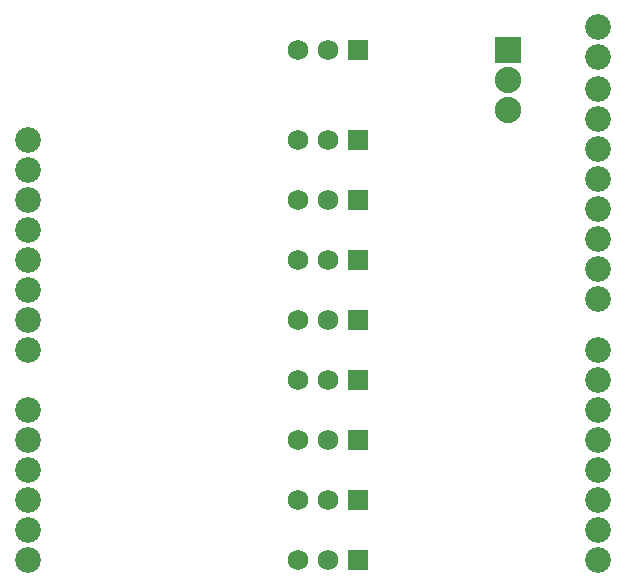
<source format=gbs>
G04 MADE WITH FRITZING*
G04 WWW.FRITZING.ORG*
G04 DOUBLE SIDED*
G04 HOLES PLATED*
G04 CONTOUR ON CENTER OF CONTOUR VECTOR*
%ASAXBY*%
%FSLAX23Y23*%
%MOIN*%
%OFA0B0*%
%SFA1.0B1.0*%
%ADD10C,0.085833*%
%ADD11C,0.069000*%
%ADD12C,0.088000*%
%ADD13R,0.069000X0.069000*%
%ADD14R,0.088000X0.088000*%
%LNMASK0*%
G90*
G70*
G54D10*
X2033Y1929D03*
X2033Y1829D03*
X2033Y1722D03*
X2033Y1622D03*
X2033Y1522D03*
X2033Y1422D03*
X2033Y1322D03*
X2033Y1222D03*
X2033Y1122D03*
X2033Y1022D03*
X2033Y852D03*
X2033Y752D03*
X2033Y652D03*
X2033Y552D03*
X2033Y452D03*
X2033Y352D03*
X2033Y252D03*
X2033Y152D03*
X133Y1552D03*
X133Y1452D03*
X133Y1352D03*
X133Y1252D03*
X133Y1152D03*
X133Y1052D03*
X133Y952D03*
X133Y852D03*
X133Y652D03*
X133Y552D03*
X133Y452D03*
X133Y352D03*
X133Y252D03*
X133Y152D03*
G54D11*
X1233Y152D03*
X1133Y152D03*
X1033Y152D03*
X1233Y352D03*
X1133Y352D03*
X1033Y352D03*
X1233Y552D03*
X1133Y552D03*
X1033Y552D03*
X1233Y752D03*
X1133Y752D03*
X1033Y752D03*
X1233Y952D03*
X1133Y952D03*
X1033Y952D03*
X1233Y1152D03*
X1133Y1152D03*
X1033Y1152D03*
X1233Y1852D03*
X1133Y1852D03*
X1033Y1852D03*
X1233Y1352D03*
X1133Y1352D03*
X1033Y1352D03*
X1233Y1552D03*
X1133Y1552D03*
X1033Y1552D03*
G54D12*
X1733Y1852D03*
X1733Y1752D03*
X1733Y1652D03*
G54D13*
X1233Y152D03*
X1233Y352D03*
X1233Y552D03*
X1233Y752D03*
X1233Y952D03*
X1233Y1152D03*
X1233Y1852D03*
X1233Y1352D03*
X1233Y1552D03*
G54D14*
X1733Y1852D03*
G04 End of Mask0*
M02*
</source>
